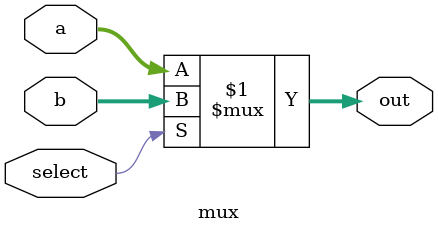
<source format=v>
`timescale 1ns / 1ps

module mux#(
    parameter width = 16
    )(
    input  wire select,
    
    input  wire [width - 1 : 0] a,
    input  wire [width - 1 : 0] b,
    
    output wire [width - 1 : 0] out    
    );

assign out = select? b : a;

endmodule

</source>
